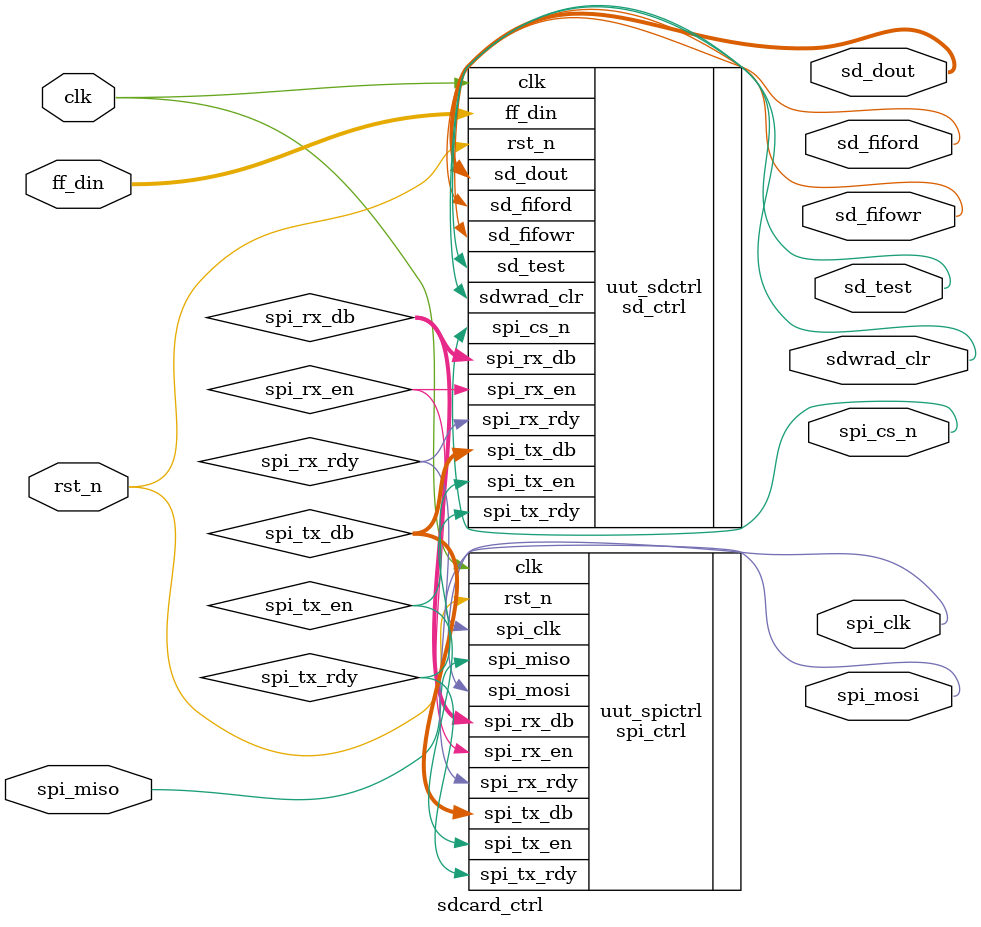
<source format=v>
`timescale 1ns / 1ps
`include "../f_card_para/f_card_para.v"
module sdcard_ctrl(
`ifdef SIM	
            spi_tx_db,spi_rx_db,
`endif				
			clk,rst_n,
			spi_miso,spi_mosi,spi_clk,spi_cs_n,
			sd_dout,sd_fifowr,sd_fiford,/*sd_rd_en,sd_wr_en,*/sdwrad_clr,
            ff_din,sd_test
			);

input clk;		//FPAGÊäÈëÊ±ÖÓÐÅºÅ50MHz
input rst_n;	//FPGAÊäÈë¸´Î»ÐÅºÅ

input spi_miso;		//SPIÖ÷»úÊäÈë´Ó»úÊä³öÊý¾ÝÐÅºÅ
output spi_mosi;	//SPIÖ÷»úÊä³ö´Ó»úÊäÈëÊý¾ÝÐÅºÅ
output spi_clk;		//SPIÊ±ÖÓÐÅºÅ£¬ÓÉÖ÷»ú²úÉú
output spi_cs_n;	//SPI´ÓÉè±¸Ê¹ÄÜÐÅºÅ£¬ÓÉÖ÷Éè±¸¿ØÖÆ

output[7:0] sd_dout;	//´ÓSD¶Á³öµÄ´ý·ÅÈëFIFOÊý¾Ý
output sd_fifowr;		//sd¶Á³öÊý¾ÝÐ´ÈëFIFOÊ¹ÄÜÐÅºÅ£¬¸ßÓÐÐ§
output sd_fiford;		//sd¶Á³öÊý¾Ý¶ÁÈ¡FIFOÊ¹ÄÜÐÅºÅ£¬¸ßÓÐÐ§
//input sd_rd_en;
//input sd_wr_en;
output sdwrad_clr;		//SDRAMÐ´¿ØÖÆÏà¹ØÐÅºÅÇåÁã¸´Î»ÐÅºÅ£¬¸ßÓÐÐ§

input[7:0] ff_din;
output sd_test;
//output[3:0] led;	//µ÷ÊÔÊ¹ÓÃ

//----------------------------------------------------------------
wire spi_tx_en;		//SPIÊý¾Ý·¢ËÍÊ¹ÄÜÐÅºÅ£¬¸ßÓÐÐ§
wire spi_tx_rdy;		//SPIÊý¾Ý·¢ËÍÍê³É±êÖ¾Î»£¬¸ßÓÐÐ§
wire spi_rx_en;		//SPIÊý¾Ý½ÓÊÕÊ¹ÄÜÐÅºÅ£¬¸ßÓÐÐ§
wire spi_rx_rdy;		//SPIÊý¾Ý½ÓÊÕÍê³É±êÖ¾Î»£¬¸ßÓÐÐ§
`ifndef SIM
wire[7:0] spi_tx_db;	//SPIÊý¾Ý·¢ËÍ¼Ä´æÆ÷
wire[7:0] spi_rx_db;	//SPIÊý¾Ý½ÓÊÕ¼Ä´æÆ÷
`else
output[7:0] spi_tx_db;	//SPIÊý¾Ý·¢ËÍ¼Ä´æÆ÷
input[7:0] spi_rx_db;	//SPIÊý¾Ý½ÓÊÕ¼Ä´æÆ÷
`endif

//----------------------------------------------------------------
//Àý»¯SPI´«Êä¿ØÖÆÄ£¿é
spi_ctrl		uut_spictrl(
`ifndef SIM
                    .spi_rx_db(spi_rx_db),
`endif					
					.clk(clk),
					.rst_n(rst_n),
					.spi_miso(spi_miso),
					.spi_mosi(spi_mosi),
					.spi_clk(spi_clk),
					.spi_tx_en(spi_tx_en),
					.spi_tx_rdy(spi_tx_rdy),
					.spi_rx_en(spi_rx_en),
					.spi_rx_rdy(spi_rx_rdy),
					.spi_tx_db(spi_tx_db)
				);

//Àý»¯SDÃüÁî¿ØÖÆÄ£¿é
sd_ctrl			uut_sdctrl(
					.clk(clk),
					.rst_n(rst_n),
					.spi_cs_n(spi_cs_n),
					.spi_tx_en(spi_tx_en),
					.spi_tx_rdy(spi_tx_rdy),
					.spi_rx_en(spi_rx_en),
					.spi_rx_rdy(spi_rx_rdy),
					.spi_tx_db(spi_tx_db),
					.spi_rx_db(spi_rx_db),
					.sd_dout(sd_dout),
					.sd_fifowr(sd_fifowr),
					.sd_fiford(sd_fiford),
					//.sd_rd_en(sd_rd_en),
					//.sd_wr_en(sd_wr_en),
					.sdwrad_clr(sdwrad_clr),
					.ff_din(ff_din),
					.sd_test(sd_test)
				);

endmodule
</source>
